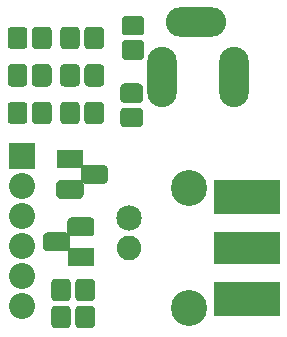
<source format=gbr>
G04 #@! TF.GenerationSoftware,KiCad,Pcbnew,(5.1.5)-3*
G04 #@! TF.CreationDate,2021-08-19T12:17:06-04:00*
G04 #@! TF.ProjectId,CP-OSC,43502d4f-5343-42e6-9b69-6361645f7063,1*
G04 #@! TF.SameCoordinates,Original*
G04 #@! TF.FileFunction,Soldermask,Top*
G04 #@! TF.FilePolarity,Negative*
%FSLAX46Y46*%
G04 Gerber Fmt 4.6, Leading zero omitted, Abs format (unit mm)*
G04 Created by KiCad (PCBNEW (5.1.5)-3) date 2021-08-19 12:17:06*
%MOMM*%
%LPD*%
G04 APERTURE LIST*
%ADD10C,3.048000*%
%ADD11C,2.159000*%
%ADD12C,2.082800*%
%ADD13R,5.588000X2.921000*%
%ADD14R,5.588000X2.794000*%
%ADD15C,0.150000*%
%ADD16O,2.508000X5.108000*%
%ADD17O,5.108000X2.508000*%
%ADD18R,2.308000X1.608000*%
%ADD19R,2.208000X2.208000*%
%ADD20O,2.208000X2.208000*%
G04 APERTURE END LIST*
D10*
X104287000Y-83832400D03*
X104287000Y-73672400D03*
D11*
X99207000Y-76212400D03*
D12*
X99207000Y-78752400D03*
D13*
X109240000Y-83070400D03*
X109240000Y-74434400D03*
D14*
X109240000Y-78752400D03*
D15*
G36*
X94748895Y-66370136D02*
G01*
X94783883Y-66375326D01*
X94818194Y-66383920D01*
X94851498Y-66395836D01*
X94883473Y-66410960D01*
X94913812Y-66429144D01*
X94942223Y-66450215D01*
X94968431Y-66473969D01*
X94992185Y-66500177D01*
X95013256Y-66528588D01*
X95031440Y-66558927D01*
X95046564Y-66590902D01*
X95058480Y-66624206D01*
X95067074Y-66658517D01*
X95072264Y-66693505D01*
X95074000Y-66728834D01*
X95074000Y-67915966D01*
X95072264Y-67951295D01*
X95067074Y-67986283D01*
X95058480Y-68020594D01*
X95046564Y-68053898D01*
X95031440Y-68085873D01*
X95013256Y-68116212D01*
X94992185Y-68144623D01*
X94968431Y-68170831D01*
X94942223Y-68194585D01*
X94913812Y-68215656D01*
X94883473Y-68233840D01*
X94851498Y-68248964D01*
X94818194Y-68260880D01*
X94783883Y-68269474D01*
X94748895Y-68274664D01*
X94713566Y-68276400D01*
X93776434Y-68276400D01*
X93741105Y-68274664D01*
X93706117Y-68269474D01*
X93671806Y-68260880D01*
X93638502Y-68248964D01*
X93606527Y-68233840D01*
X93576188Y-68215656D01*
X93547777Y-68194585D01*
X93521569Y-68170831D01*
X93497815Y-68144623D01*
X93476744Y-68116212D01*
X93458560Y-68085873D01*
X93443436Y-68053898D01*
X93431520Y-68020594D01*
X93422926Y-67986283D01*
X93417736Y-67951295D01*
X93416000Y-67915966D01*
X93416000Y-66728834D01*
X93417736Y-66693505D01*
X93422926Y-66658517D01*
X93431520Y-66624206D01*
X93443436Y-66590902D01*
X93458560Y-66558927D01*
X93476744Y-66528588D01*
X93497815Y-66500177D01*
X93521569Y-66473969D01*
X93547777Y-66450215D01*
X93576188Y-66429144D01*
X93606527Y-66410960D01*
X93638502Y-66395836D01*
X93671806Y-66383920D01*
X93706117Y-66375326D01*
X93741105Y-66370136D01*
X93776434Y-66368400D01*
X94713566Y-66368400D01*
X94748895Y-66370136D01*
G37*
G36*
X96798895Y-66370136D02*
G01*
X96833883Y-66375326D01*
X96868194Y-66383920D01*
X96901498Y-66395836D01*
X96933473Y-66410960D01*
X96963812Y-66429144D01*
X96992223Y-66450215D01*
X97018431Y-66473969D01*
X97042185Y-66500177D01*
X97063256Y-66528588D01*
X97081440Y-66558927D01*
X97096564Y-66590902D01*
X97108480Y-66624206D01*
X97117074Y-66658517D01*
X97122264Y-66693505D01*
X97124000Y-66728834D01*
X97124000Y-67915966D01*
X97122264Y-67951295D01*
X97117074Y-67986283D01*
X97108480Y-68020594D01*
X97096564Y-68053898D01*
X97081440Y-68085873D01*
X97063256Y-68116212D01*
X97042185Y-68144623D01*
X97018431Y-68170831D01*
X96992223Y-68194585D01*
X96963812Y-68215656D01*
X96933473Y-68233840D01*
X96901498Y-68248964D01*
X96868194Y-68260880D01*
X96833883Y-68269474D01*
X96798895Y-68274664D01*
X96763566Y-68276400D01*
X95826434Y-68276400D01*
X95791105Y-68274664D01*
X95756117Y-68269474D01*
X95721806Y-68260880D01*
X95688502Y-68248964D01*
X95656527Y-68233840D01*
X95626188Y-68215656D01*
X95597777Y-68194585D01*
X95571569Y-68170831D01*
X95547815Y-68144623D01*
X95526744Y-68116212D01*
X95508560Y-68085873D01*
X95493436Y-68053898D01*
X95481520Y-68020594D01*
X95472926Y-67986283D01*
X95467736Y-67951295D01*
X95466000Y-67915966D01*
X95466000Y-66728834D01*
X95467736Y-66693505D01*
X95472926Y-66658517D01*
X95481520Y-66624206D01*
X95493436Y-66590902D01*
X95508560Y-66558927D01*
X95526744Y-66528588D01*
X95547815Y-66500177D01*
X95571569Y-66473969D01*
X95597777Y-66450215D01*
X95626188Y-66429144D01*
X95656527Y-66410960D01*
X95688502Y-66395836D01*
X95721806Y-66383920D01*
X95756117Y-66375326D01*
X95791105Y-66370136D01*
X95826434Y-66368400D01*
X96763566Y-66368400D01*
X96798895Y-66370136D01*
G37*
G36*
X92353895Y-63195136D02*
G01*
X92388883Y-63200326D01*
X92423194Y-63208920D01*
X92456498Y-63220836D01*
X92488473Y-63235960D01*
X92518812Y-63254144D01*
X92547223Y-63275215D01*
X92573431Y-63298969D01*
X92597185Y-63325177D01*
X92618256Y-63353588D01*
X92636440Y-63383927D01*
X92651564Y-63415902D01*
X92663480Y-63449206D01*
X92672074Y-63483517D01*
X92677264Y-63518505D01*
X92679000Y-63553834D01*
X92679000Y-64740966D01*
X92677264Y-64776295D01*
X92672074Y-64811283D01*
X92663480Y-64845594D01*
X92651564Y-64878898D01*
X92636440Y-64910873D01*
X92618256Y-64941212D01*
X92597185Y-64969623D01*
X92573431Y-64995831D01*
X92547223Y-65019585D01*
X92518812Y-65040656D01*
X92488473Y-65058840D01*
X92456498Y-65073964D01*
X92423194Y-65085880D01*
X92388883Y-65094474D01*
X92353895Y-65099664D01*
X92318566Y-65101400D01*
X91381434Y-65101400D01*
X91346105Y-65099664D01*
X91311117Y-65094474D01*
X91276806Y-65085880D01*
X91243502Y-65073964D01*
X91211527Y-65058840D01*
X91181188Y-65040656D01*
X91152777Y-65019585D01*
X91126569Y-64995831D01*
X91102815Y-64969623D01*
X91081744Y-64941212D01*
X91063560Y-64910873D01*
X91048436Y-64878898D01*
X91036520Y-64845594D01*
X91027926Y-64811283D01*
X91022736Y-64776295D01*
X91021000Y-64740966D01*
X91021000Y-63553834D01*
X91022736Y-63518505D01*
X91027926Y-63483517D01*
X91036520Y-63449206D01*
X91048436Y-63415902D01*
X91063560Y-63383927D01*
X91081744Y-63353588D01*
X91102815Y-63325177D01*
X91126569Y-63298969D01*
X91152777Y-63275215D01*
X91181188Y-63254144D01*
X91211527Y-63235960D01*
X91243502Y-63220836D01*
X91276806Y-63208920D01*
X91311117Y-63200326D01*
X91346105Y-63195136D01*
X91381434Y-63193400D01*
X92318566Y-63193400D01*
X92353895Y-63195136D01*
G37*
G36*
X90303895Y-63195136D02*
G01*
X90338883Y-63200326D01*
X90373194Y-63208920D01*
X90406498Y-63220836D01*
X90438473Y-63235960D01*
X90468812Y-63254144D01*
X90497223Y-63275215D01*
X90523431Y-63298969D01*
X90547185Y-63325177D01*
X90568256Y-63353588D01*
X90586440Y-63383927D01*
X90601564Y-63415902D01*
X90613480Y-63449206D01*
X90622074Y-63483517D01*
X90627264Y-63518505D01*
X90629000Y-63553834D01*
X90629000Y-64740966D01*
X90627264Y-64776295D01*
X90622074Y-64811283D01*
X90613480Y-64845594D01*
X90601564Y-64878898D01*
X90586440Y-64910873D01*
X90568256Y-64941212D01*
X90547185Y-64969623D01*
X90523431Y-64995831D01*
X90497223Y-65019585D01*
X90468812Y-65040656D01*
X90438473Y-65058840D01*
X90406498Y-65073964D01*
X90373194Y-65085880D01*
X90338883Y-65094474D01*
X90303895Y-65099664D01*
X90268566Y-65101400D01*
X89331434Y-65101400D01*
X89296105Y-65099664D01*
X89261117Y-65094474D01*
X89226806Y-65085880D01*
X89193502Y-65073964D01*
X89161527Y-65058840D01*
X89131188Y-65040656D01*
X89102777Y-65019585D01*
X89076569Y-64995831D01*
X89052815Y-64969623D01*
X89031744Y-64941212D01*
X89013560Y-64910873D01*
X88998436Y-64878898D01*
X88986520Y-64845594D01*
X88977926Y-64811283D01*
X88972736Y-64776295D01*
X88971000Y-64740966D01*
X88971000Y-63553834D01*
X88972736Y-63518505D01*
X88977926Y-63483517D01*
X88986520Y-63449206D01*
X88998436Y-63415902D01*
X89013560Y-63383927D01*
X89031744Y-63353588D01*
X89052815Y-63325177D01*
X89076569Y-63298969D01*
X89102777Y-63275215D01*
X89131188Y-63254144D01*
X89161527Y-63235960D01*
X89193502Y-63220836D01*
X89226806Y-63208920D01*
X89261117Y-63200326D01*
X89296105Y-63195136D01*
X89331434Y-63193400D01*
X90268566Y-63193400D01*
X90303895Y-63195136D01*
G37*
G36*
X93986895Y-81356136D02*
G01*
X94021883Y-81361326D01*
X94056194Y-81369920D01*
X94089498Y-81381836D01*
X94121473Y-81396960D01*
X94151812Y-81415144D01*
X94180223Y-81436215D01*
X94206431Y-81459969D01*
X94230185Y-81486177D01*
X94251256Y-81514588D01*
X94269440Y-81544927D01*
X94284564Y-81576902D01*
X94296480Y-81610206D01*
X94305074Y-81644517D01*
X94310264Y-81679505D01*
X94312000Y-81714834D01*
X94312000Y-82901966D01*
X94310264Y-82937295D01*
X94305074Y-82972283D01*
X94296480Y-83006594D01*
X94284564Y-83039898D01*
X94269440Y-83071873D01*
X94251256Y-83102212D01*
X94230185Y-83130623D01*
X94206431Y-83156831D01*
X94180223Y-83180585D01*
X94151812Y-83201656D01*
X94121473Y-83219840D01*
X94089498Y-83234964D01*
X94056194Y-83246880D01*
X94021883Y-83255474D01*
X93986895Y-83260664D01*
X93951566Y-83262400D01*
X93014434Y-83262400D01*
X92979105Y-83260664D01*
X92944117Y-83255474D01*
X92909806Y-83246880D01*
X92876502Y-83234964D01*
X92844527Y-83219840D01*
X92814188Y-83201656D01*
X92785777Y-83180585D01*
X92759569Y-83156831D01*
X92735815Y-83130623D01*
X92714744Y-83102212D01*
X92696560Y-83071873D01*
X92681436Y-83039898D01*
X92669520Y-83006594D01*
X92660926Y-82972283D01*
X92655736Y-82937295D01*
X92654000Y-82901966D01*
X92654000Y-81714834D01*
X92655736Y-81679505D01*
X92660926Y-81644517D01*
X92669520Y-81610206D01*
X92681436Y-81576902D01*
X92696560Y-81544927D01*
X92714744Y-81514588D01*
X92735815Y-81486177D01*
X92759569Y-81459969D01*
X92785777Y-81436215D01*
X92814188Y-81415144D01*
X92844527Y-81396960D01*
X92876502Y-81381836D01*
X92909806Y-81369920D01*
X92944117Y-81361326D01*
X92979105Y-81356136D01*
X93014434Y-81354400D01*
X93951566Y-81354400D01*
X93986895Y-81356136D01*
G37*
G36*
X96036895Y-81356136D02*
G01*
X96071883Y-81361326D01*
X96106194Y-81369920D01*
X96139498Y-81381836D01*
X96171473Y-81396960D01*
X96201812Y-81415144D01*
X96230223Y-81436215D01*
X96256431Y-81459969D01*
X96280185Y-81486177D01*
X96301256Y-81514588D01*
X96319440Y-81544927D01*
X96334564Y-81576902D01*
X96346480Y-81610206D01*
X96355074Y-81644517D01*
X96360264Y-81679505D01*
X96362000Y-81714834D01*
X96362000Y-82901966D01*
X96360264Y-82937295D01*
X96355074Y-82972283D01*
X96346480Y-83006594D01*
X96334564Y-83039898D01*
X96319440Y-83071873D01*
X96301256Y-83102212D01*
X96280185Y-83130623D01*
X96256431Y-83156831D01*
X96230223Y-83180585D01*
X96201812Y-83201656D01*
X96171473Y-83219840D01*
X96139498Y-83234964D01*
X96106194Y-83246880D01*
X96071883Y-83255474D01*
X96036895Y-83260664D01*
X96001566Y-83262400D01*
X95064434Y-83262400D01*
X95029105Y-83260664D01*
X94994117Y-83255474D01*
X94959806Y-83246880D01*
X94926502Y-83234964D01*
X94894527Y-83219840D01*
X94864188Y-83201656D01*
X94835777Y-83180585D01*
X94809569Y-83156831D01*
X94785815Y-83130623D01*
X94764744Y-83102212D01*
X94746560Y-83071873D01*
X94731436Y-83039898D01*
X94719520Y-83006594D01*
X94710926Y-82972283D01*
X94705736Y-82937295D01*
X94704000Y-82901966D01*
X94704000Y-81714834D01*
X94705736Y-81679505D01*
X94710926Y-81644517D01*
X94719520Y-81610206D01*
X94731436Y-81576902D01*
X94746560Y-81544927D01*
X94764744Y-81514588D01*
X94785815Y-81486177D01*
X94809569Y-81459969D01*
X94835777Y-81436215D01*
X94864188Y-81415144D01*
X94894527Y-81396960D01*
X94926502Y-81381836D01*
X94959806Y-81369920D01*
X94994117Y-81361326D01*
X95029105Y-81356136D01*
X95064434Y-81354400D01*
X96001566Y-81354400D01*
X96036895Y-81356136D01*
G37*
G36*
X100216895Y-61170136D02*
G01*
X100251883Y-61175326D01*
X100286194Y-61183920D01*
X100319498Y-61195836D01*
X100351473Y-61210960D01*
X100381812Y-61229144D01*
X100410223Y-61250215D01*
X100436431Y-61273969D01*
X100460185Y-61300177D01*
X100481256Y-61328588D01*
X100499440Y-61358927D01*
X100514564Y-61390902D01*
X100526480Y-61424206D01*
X100535074Y-61458517D01*
X100540264Y-61493505D01*
X100542000Y-61528834D01*
X100542000Y-62465966D01*
X100540264Y-62501295D01*
X100535074Y-62536283D01*
X100526480Y-62570594D01*
X100514564Y-62603898D01*
X100499440Y-62635873D01*
X100481256Y-62666212D01*
X100460185Y-62694623D01*
X100436431Y-62720831D01*
X100410223Y-62744585D01*
X100381812Y-62765656D01*
X100351473Y-62783840D01*
X100319498Y-62798964D01*
X100286194Y-62810880D01*
X100251883Y-62819474D01*
X100216895Y-62824664D01*
X100181566Y-62826400D01*
X98994434Y-62826400D01*
X98959105Y-62824664D01*
X98924117Y-62819474D01*
X98889806Y-62810880D01*
X98856502Y-62798964D01*
X98824527Y-62783840D01*
X98794188Y-62765656D01*
X98765777Y-62744585D01*
X98739569Y-62720831D01*
X98715815Y-62694623D01*
X98694744Y-62666212D01*
X98676560Y-62635873D01*
X98661436Y-62603898D01*
X98649520Y-62570594D01*
X98640926Y-62536283D01*
X98635736Y-62501295D01*
X98634000Y-62465966D01*
X98634000Y-61528834D01*
X98635736Y-61493505D01*
X98640926Y-61458517D01*
X98649520Y-61424206D01*
X98661436Y-61390902D01*
X98676560Y-61358927D01*
X98694744Y-61328588D01*
X98715815Y-61300177D01*
X98739569Y-61273969D01*
X98765777Y-61250215D01*
X98794188Y-61229144D01*
X98824527Y-61210960D01*
X98856502Y-61195836D01*
X98889806Y-61183920D01*
X98924117Y-61175326D01*
X98959105Y-61170136D01*
X98994434Y-61168400D01*
X100181566Y-61168400D01*
X100216895Y-61170136D01*
G37*
G36*
X100216895Y-59120136D02*
G01*
X100251883Y-59125326D01*
X100286194Y-59133920D01*
X100319498Y-59145836D01*
X100351473Y-59160960D01*
X100381812Y-59179144D01*
X100410223Y-59200215D01*
X100436431Y-59223969D01*
X100460185Y-59250177D01*
X100481256Y-59278588D01*
X100499440Y-59308927D01*
X100514564Y-59340902D01*
X100526480Y-59374206D01*
X100535074Y-59408517D01*
X100540264Y-59443505D01*
X100542000Y-59478834D01*
X100542000Y-60415966D01*
X100540264Y-60451295D01*
X100535074Y-60486283D01*
X100526480Y-60520594D01*
X100514564Y-60553898D01*
X100499440Y-60585873D01*
X100481256Y-60616212D01*
X100460185Y-60644623D01*
X100436431Y-60670831D01*
X100410223Y-60694585D01*
X100381812Y-60715656D01*
X100351473Y-60733840D01*
X100319498Y-60748964D01*
X100286194Y-60760880D01*
X100251883Y-60769474D01*
X100216895Y-60774664D01*
X100181566Y-60776400D01*
X98994434Y-60776400D01*
X98959105Y-60774664D01*
X98924117Y-60769474D01*
X98889806Y-60760880D01*
X98856502Y-60748964D01*
X98824527Y-60733840D01*
X98794188Y-60715656D01*
X98765777Y-60694585D01*
X98739569Y-60670831D01*
X98715815Y-60644623D01*
X98694744Y-60616212D01*
X98676560Y-60585873D01*
X98661436Y-60553898D01*
X98649520Y-60520594D01*
X98640926Y-60486283D01*
X98635736Y-60451295D01*
X98634000Y-60415966D01*
X98634000Y-59478834D01*
X98635736Y-59443505D01*
X98640926Y-59408517D01*
X98649520Y-59374206D01*
X98661436Y-59340902D01*
X98676560Y-59308927D01*
X98694744Y-59278588D01*
X98715815Y-59250177D01*
X98739569Y-59223969D01*
X98765777Y-59200215D01*
X98794188Y-59179144D01*
X98824527Y-59160960D01*
X98856502Y-59145836D01*
X98889806Y-59133920D01*
X98924117Y-59125326D01*
X98959105Y-59120136D01*
X98994434Y-59118400D01*
X100181566Y-59118400D01*
X100216895Y-59120136D01*
G37*
D16*
X108097000Y-64274400D03*
X101997000Y-64274400D03*
D17*
X104897000Y-59674400D03*
D15*
G36*
X97096403Y-71727336D02*
G01*
X97135426Y-71733124D01*
X97173694Y-71742710D01*
X97210839Y-71756000D01*
X97246501Y-71772868D01*
X97280339Y-71793149D01*
X97312026Y-71816650D01*
X97341257Y-71843143D01*
X97367750Y-71872374D01*
X97391251Y-71904061D01*
X97411532Y-71937899D01*
X97428400Y-71973561D01*
X97441690Y-72010706D01*
X97451276Y-72048974D01*
X97457064Y-72087997D01*
X97459000Y-72127400D01*
X97459000Y-72931400D01*
X97457064Y-72970803D01*
X97451276Y-73009826D01*
X97441690Y-73048094D01*
X97428400Y-73085239D01*
X97411532Y-73120901D01*
X97391251Y-73154739D01*
X97367750Y-73186426D01*
X97341257Y-73215657D01*
X97312026Y-73242150D01*
X97280339Y-73265651D01*
X97246501Y-73285932D01*
X97210839Y-73302800D01*
X97173694Y-73316090D01*
X97135426Y-73325676D01*
X97096403Y-73331464D01*
X97057000Y-73333400D01*
X95553000Y-73333400D01*
X95513597Y-73331464D01*
X95474574Y-73325676D01*
X95436306Y-73316090D01*
X95399161Y-73302800D01*
X95363499Y-73285932D01*
X95329661Y-73265651D01*
X95297974Y-73242150D01*
X95268743Y-73215657D01*
X95242250Y-73186426D01*
X95218749Y-73154739D01*
X95198468Y-73120901D01*
X95181600Y-73085239D01*
X95168310Y-73048094D01*
X95158724Y-73009826D01*
X95152936Y-72970803D01*
X95151000Y-72931400D01*
X95151000Y-72127400D01*
X95152936Y-72087997D01*
X95158724Y-72048974D01*
X95168310Y-72010706D01*
X95181600Y-71973561D01*
X95198468Y-71937899D01*
X95218749Y-71904061D01*
X95242250Y-71872374D01*
X95268743Y-71843143D01*
X95297974Y-71816650D01*
X95329661Y-71793149D01*
X95363499Y-71772868D01*
X95399161Y-71756000D01*
X95436306Y-71742710D01*
X95474574Y-71733124D01*
X95513597Y-71727336D01*
X95553000Y-71725400D01*
X97057000Y-71725400D01*
X97096403Y-71727336D01*
G37*
G36*
X95026403Y-72997336D02*
G01*
X95065426Y-73003124D01*
X95103694Y-73012710D01*
X95140839Y-73026000D01*
X95176501Y-73042868D01*
X95210339Y-73063149D01*
X95242026Y-73086650D01*
X95271257Y-73113143D01*
X95297750Y-73142374D01*
X95321251Y-73174061D01*
X95341532Y-73207899D01*
X95358400Y-73243561D01*
X95371690Y-73280706D01*
X95381276Y-73318974D01*
X95387064Y-73357997D01*
X95389000Y-73397400D01*
X95389000Y-74201400D01*
X95387064Y-74240803D01*
X95381276Y-74279826D01*
X95371690Y-74318094D01*
X95358400Y-74355239D01*
X95341532Y-74390901D01*
X95321251Y-74424739D01*
X95297750Y-74456426D01*
X95271257Y-74485657D01*
X95242026Y-74512150D01*
X95210339Y-74535651D01*
X95176501Y-74555932D01*
X95140839Y-74572800D01*
X95103694Y-74586090D01*
X95065426Y-74595676D01*
X95026403Y-74601464D01*
X94987000Y-74603400D01*
X93483000Y-74603400D01*
X93443597Y-74601464D01*
X93404574Y-74595676D01*
X93366306Y-74586090D01*
X93329161Y-74572800D01*
X93293499Y-74555932D01*
X93259661Y-74535651D01*
X93227974Y-74512150D01*
X93198743Y-74485657D01*
X93172250Y-74456426D01*
X93148749Y-74424739D01*
X93128468Y-74390901D01*
X93111600Y-74355239D01*
X93098310Y-74318094D01*
X93088724Y-74279826D01*
X93082936Y-74240803D01*
X93081000Y-74201400D01*
X93081000Y-73397400D01*
X93082936Y-73357997D01*
X93088724Y-73318974D01*
X93098310Y-73280706D01*
X93111600Y-73243561D01*
X93128468Y-73207899D01*
X93148749Y-73174061D01*
X93172250Y-73142374D01*
X93198743Y-73113143D01*
X93227974Y-73086650D01*
X93259661Y-73063149D01*
X93293499Y-73042868D01*
X93329161Y-73026000D01*
X93366306Y-73012710D01*
X93404574Y-73003124D01*
X93443597Y-72997336D01*
X93483000Y-72995400D01*
X94987000Y-72995400D01*
X95026403Y-72997336D01*
G37*
D18*
X94235000Y-71259400D03*
X95162000Y-79514400D03*
D15*
G36*
X95953403Y-76172336D02*
G01*
X95992426Y-76178124D01*
X96030694Y-76187710D01*
X96067839Y-76201000D01*
X96103501Y-76217868D01*
X96137339Y-76238149D01*
X96169026Y-76261650D01*
X96198257Y-76288143D01*
X96224750Y-76317374D01*
X96248251Y-76349061D01*
X96268532Y-76382899D01*
X96285400Y-76418561D01*
X96298690Y-76455706D01*
X96308276Y-76493974D01*
X96314064Y-76532997D01*
X96316000Y-76572400D01*
X96316000Y-77376400D01*
X96314064Y-77415803D01*
X96308276Y-77454826D01*
X96298690Y-77493094D01*
X96285400Y-77530239D01*
X96268532Y-77565901D01*
X96248251Y-77599739D01*
X96224750Y-77631426D01*
X96198257Y-77660657D01*
X96169026Y-77687150D01*
X96137339Y-77710651D01*
X96103501Y-77730932D01*
X96067839Y-77747800D01*
X96030694Y-77761090D01*
X95992426Y-77770676D01*
X95953403Y-77776464D01*
X95914000Y-77778400D01*
X94410000Y-77778400D01*
X94370597Y-77776464D01*
X94331574Y-77770676D01*
X94293306Y-77761090D01*
X94256161Y-77747800D01*
X94220499Y-77730932D01*
X94186661Y-77710651D01*
X94154974Y-77687150D01*
X94125743Y-77660657D01*
X94099250Y-77631426D01*
X94075749Y-77599739D01*
X94055468Y-77565901D01*
X94038600Y-77530239D01*
X94025310Y-77493094D01*
X94015724Y-77454826D01*
X94009936Y-77415803D01*
X94008000Y-77376400D01*
X94008000Y-76572400D01*
X94009936Y-76532997D01*
X94015724Y-76493974D01*
X94025310Y-76455706D01*
X94038600Y-76418561D01*
X94055468Y-76382899D01*
X94075749Y-76349061D01*
X94099250Y-76317374D01*
X94125743Y-76288143D01*
X94154974Y-76261650D01*
X94186661Y-76238149D01*
X94220499Y-76217868D01*
X94256161Y-76201000D01*
X94293306Y-76187710D01*
X94331574Y-76178124D01*
X94370597Y-76172336D01*
X94410000Y-76170400D01*
X95914000Y-76170400D01*
X95953403Y-76172336D01*
G37*
G36*
X93883403Y-77442336D02*
G01*
X93922426Y-77448124D01*
X93960694Y-77457710D01*
X93997839Y-77471000D01*
X94033501Y-77487868D01*
X94067339Y-77508149D01*
X94099026Y-77531650D01*
X94128257Y-77558143D01*
X94154750Y-77587374D01*
X94178251Y-77619061D01*
X94198532Y-77652899D01*
X94215400Y-77688561D01*
X94228690Y-77725706D01*
X94238276Y-77763974D01*
X94244064Y-77802997D01*
X94246000Y-77842400D01*
X94246000Y-78646400D01*
X94244064Y-78685803D01*
X94238276Y-78724826D01*
X94228690Y-78763094D01*
X94215400Y-78800239D01*
X94198532Y-78835901D01*
X94178251Y-78869739D01*
X94154750Y-78901426D01*
X94128257Y-78930657D01*
X94099026Y-78957150D01*
X94067339Y-78980651D01*
X94033501Y-79000932D01*
X93997839Y-79017800D01*
X93960694Y-79031090D01*
X93922426Y-79040676D01*
X93883403Y-79046464D01*
X93844000Y-79048400D01*
X92340000Y-79048400D01*
X92300597Y-79046464D01*
X92261574Y-79040676D01*
X92223306Y-79031090D01*
X92186161Y-79017800D01*
X92150499Y-79000932D01*
X92116661Y-78980651D01*
X92084974Y-78957150D01*
X92055743Y-78930657D01*
X92029250Y-78901426D01*
X92005749Y-78869739D01*
X91985468Y-78835901D01*
X91968600Y-78800239D01*
X91955310Y-78763094D01*
X91945724Y-78724826D01*
X91939936Y-78685803D01*
X91938000Y-78646400D01*
X91938000Y-77842400D01*
X91939936Y-77802997D01*
X91945724Y-77763974D01*
X91955310Y-77725706D01*
X91968600Y-77688561D01*
X91985468Y-77652899D01*
X92005749Y-77619061D01*
X92029250Y-77587374D01*
X92055743Y-77558143D01*
X92084974Y-77531650D01*
X92116661Y-77508149D01*
X92150499Y-77487868D01*
X92186161Y-77471000D01*
X92223306Y-77457710D01*
X92261574Y-77448124D01*
X92300597Y-77442336D01*
X92340000Y-77440400D01*
X93844000Y-77440400D01*
X93883403Y-77442336D01*
G37*
G36*
X96798895Y-60020136D02*
G01*
X96833883Y-60025326D01*
X96868194Y-60033920D01*
X96901498Y-60045836D01*
X96933473Y-60060960D01*
X96963812Y-60079144D01*
X96992223Y-60100215D01*
X97018431Y-60123969D01*
X97042185Y-60150177D01*
X97063256Y-60178588D01*
X97081440Y-60208927D01*
X97096564Y-60240902D01*
X97108480Y-60274206D01*
X97117074Y-60308517D01*
X97122264Y-60343505D01*
X97124000Y-60378834D01*
X97124000Y-61565966D01*
X97122264Y-61601295D01*
X97117074Y-61636283D01*
X97108480Y-61670594D01*
X97096564Y-61703898D01*
X97081440Y-61735873D01*
X97063256Y-61766212D01*
X97042185Y-61794623D01*
X97018431Y-61820831D01*
X96992223Y-61844585D01*
X96963812Y-61865656D01*
X96933473Y-61883840D01*
X96901498Y-61898964D01*
X96868194Y-61910880D01*
X96833883Y-61919474D01*
X96798895Y-61924664D01*
X96763566Y-61926400D01*
X95826434Y-61926400D01*
X95791105Y-61924664D01*
X95756117Y-61919474D01*
X95721806Y-61910880D01*
X95688502Y-61898964D01*
X95656527Y-61883840D01*
X95626188Y-61865656D01*
X95597777Y-61844585D01*
X95571569Y-61820831D01*
X95547815Y-61794623D01*
X95526744Y-61766212D01*
X95508560Y-61735873D01*
X95493436Y-61703898D01*
X95481520Y-61670594D01*
X95472926Y-61636283D01*
X95467736Y-61601295D01*
X95466000Y-61565966D01*
X95466000Y-60378834D01*
X95467736Y-60343505D01*
X95472926Y-60308517D01*
X95481520Y-60274206D01*
X95493436Y-60240902D01*
X95508560Y-60208927D01*
X95526744Y-60178588D01*
X95547815Y-60150177D01*
X95571569Y-60123969D01*
X95597777Y-60100215D01*
X95626188Y-60079144D01*
X95656527Y-60060960D01*
X95688502Y-60045836D01*
X95721806Y-60033920D01*
X95756117Y-60025326D01*
X95791105Y-60020136D01*
X95826434Y-60018400D01*
X96763566Y-60018400D01*
X96798895Y-60020136D01*
G37*
G36*
X94748895Y-60020136D02*
G01*
X94783883Y-60025326D01*
X94818194Y-60033920D01*
X94851498Y-60045836D01*
X94883473Y-60060960D01*
X94913812Y-60079144D01*
X94942223Y-60100215D01*
X94968431Y-60123969D01*
X94992185Y-60150177D01*
X95013256Y-60178588D01*
X95031440Y-60208927D01*
X95046564Y-60240902D01*
X95058480Y-60274206D01*
X95067074Y-60308517D01*
X95072264Y-60343505D01*
X95074000Y-60378834D01*
X95074000Y-61565966D01*
X95072264Y-61601295D01*
X95067074Y-61636283D01*
X95058480Y-61670594D01*
X95046564Y-61703898D01*
X95031440Y-61735873D01*
X95013256Y-61766212D01*
X94992185Y-61794623D01*
X94968431Y-61820831D01*
X94942223Y-61844585D01*
X94913812Y-61865656D01*
X94883473Y-61883840D01*
X94851498Y-61898964D01*
X94818194Y-61910880D01*
X94783883Y-61919474D01*
X94748895Y-61924664D01*
X94713566Y-61926400D01*
X93776434Y-61926400D01*
X93741105Y-61924664D01*
X93706117Y-61919474D01*
X93671806Y-61910880D01*
X93638502Y-61898964D01*
X93606527Y-61883840D01*
X93576188Y-61865656D01*
X93547777Y-61844585D01*
X93521569Y-61820831D01*
X93497815Y-61794623D01*
X93476744Y-61766212D01*
X93458560Y-61735873D01*
X93443436Y-61703898D01*
X93431520Y-61670594D01*
X93422926Y-61636283D01*
X93417736Y-61601295D01*
X93416000Y-61565966D01*
X93416000Y-60378834D01*
X93417736Y-60343505D01*
X93422926Y-60308517D01*
X93431520Y-60274206D01*
X93443436Y-60240902D01*
X93458560Y-60208927D01*
X93476744Y-60178588D01*
X93497815Y-60150177D01*
X93521569Y-60123969D01*
X93547777Y-60100215D01*
X93576188Y-60079144D01*
X93606527Y-60060960D01*
X93638502Y-60045836D01*
X93671806Y-60033920D01*
X93706117Y-60025326D01*
X93741105Y-60020136D01*
X93776434Y-60018400D01*
X94713566Y-60018400D01*
X94748895Y-60020136D01*
G37*
G36*
X90303895Y-60020136D02*
G01*
X90338883Y-60025326D01*
X90373194Y-60033920D01*
X90406498Y-60045836D01*
X90438473Y-60060960D01*
X90468812Y-60079144D01*
X90497223Y-60100215D01*
X90523431Y-60123969D01*
X90547185Y-60150177D01*
X90568256Y-60178588D01*
X90586440Y-60208927D01*
X90601564Y-60240902D01*
X90613480Y-60274206D01*
X90622074Y-60308517D01*
X90627264Y-60343505D01*
X90629000Y-60378834D01*
X90629000Y-61565966D01*
X90627264Y-61601295D01*
X90622074Y-61636283D01*
X90613480Y-61670594D01*
X90601564Y-61703898D01*
X90586440Y-61735873D01*
X90568256Y-61766212D01*
X90547185Y-61794623D01*
X90523431Y-61820831D01*
X90497223Y-61844585D01*
X90468812Y-61865656D01*
X90438473Y-61883840D01*
X90406498Y-61898964D01*
X90373194Y-61910880D01*
X90338883Y-61919474D01*
X90303895Y-61924664D01*
X90268566Y-61926400D01*
X89331434Y-61926400D01*
X89296105Y-61924664D01*
X89261117Y-61919474D01*
X89226806Y-61910880D01*
X89193502Y-61898964D01*
X89161527Y-61883840D01*
X89131188Y-61865656D01*
X89102777Y-61844585D01*
X89076569Y-61820831D01*
X89052815Y-61794623D01*
X89031744Y-61766212D01*
X89013560Y-61735873D01*
X88998436Y-61703898D01*
X88986520Y-61670594D01*
X88977926Y-61636283D01*
X88972736Y-61601295D01*
X88971000Y-61565966D01*
X88971000Y-60378834D01*
X88972736Y-60343505D01*
X88977926Y-60308517D01*
X88986520Y-60274206D01*
X88998436Y-60240902D01*
X89013560Y-60208927D01*
X89031744Y-60178588D01*
X89052815Y-60150177D01*
X89076569Y-60123969D01*
X89102777Y-60100215D01*
X89131188Y-60079144D01*
X89161527Y-60060960D01*
X89193502Y-60045836D01*
X89226806Y-60033920D01*
X89261117Y-60025326D01*
X89296105Y-60020136D01*
X89331434Y-60018400D01*
X90268566Y-60018400D01*
X90303895Y-60020136D01*
G37*
G36*
X92353895Y-60020136D02*
G01*
X92388883Y-60025326D01*
X92423194Y-60033920D01*
X92456498Y-60045836D01*
X92488473Y-60060960D01*
X92518812Y-60079144D01*
X92547223Y-60100215D01*
X92573431Y-60123969D01*
X92597185Y-60150177D01*
X92618256Y-60178588D01*
X92636440Y-60208927D01*
X92651564Y-60240902D01*
X92663480Y-60274206D01*
X92672074Y-60308517D01*
X92677264Y-60343505D01*
X92679000Y-60378834D01*
X92679000Y-61565966D01*
X92677264Y-61601295D01*
X92672074Y-61636283D01*
X92663480Y-61670594D01*
X92651564Y-61703898D01*
X92636440Y-61735873D01*
X92618256Y-61766212D01*
X92597185Y-61794623D01*
X92573431Y-61820831D01*
X92547223Y-61844585D01*
X92518812Y-61865656D01*
X92488473Y-61883840D01*
X92456498Y-61898964D01*
X92423194Y-61910880D01*
X92388883Y-61919474D01*
X92353895Y-61924664D01*
X92318566Y-61926400D01*
X91381434Y-61926400D01*
X91346105Y-61924664D01*
X91311117Y-61919474D01*
X91276806Y-61910880D01*
X91243502Y-61898964D01*
X91211527Y-61883840D01*
X91181188Y-61865656D01*
X91152777Y-61844585D01*
X91126569Y-61820831D01*
X91102815Y-61794623D01*
X91081744Y-61766212D01*
X91063560Y-61735873D01*
X91048436Y-61703898D01*
X91036520Y-61670594D01*
X91027926Y-61636283D01*
X91022736Y-61601295D01*
X91021000Y-61565966D01*
X91021000Y-60378834D01*
X91022736Y-60343505D01*
X91027926Y-60308517D01*
X91036520Y-60274206D01*
X91048436Y-60240902D01*
X91063560Y-60208927D01*
X91081744Y-60178588D01*
X91102815Y-60150177D01*
X91126569Y-60123969D01*
X91152777Y-60100215D01*
X91181188Y-60079144D01*
X91211527Y-60060960D01*
X91243502Y-60045836D01*
X91276806Y-60033920D01*
X91311117Y-60025326D01*
X91346105Y-60020136D01*
X91381434Y-60018400D01*
X92318566Y-60018400D01*
X92353895Y-60020136D01*
G37*
G36*
X90303895Y-66370136D02*
G01*
X90338883Y-66375326D01*
X90373194Y-66383920D01*
X90406498Y-66395836D01*
X90438473Y-66410960D01*
X90468812Y-66429144D01*
X90497223Y-66450215D01*
X90523431Y-66473969D01*
X90547185Y-66500177D01*
X90568256Y-66528588D01*
X90586440Y-66558927D01*
X90601564Y-66590902D01*
X90613480Y-66624206D01*
X90622074Y-66658517D01*
X90627264Y-66693505D01*
X90629000Y-66728834D01*
X90629000Y-67915966D01*
X90627264Y-67951295D01*
X90622074Y-67986283D01*
X90613480Y-68020594D01*
X90601564Y-68053898D01*
X90586440Y-68085873D01*
X90568256Y-68116212D01*
X90547185Y-68144623D01*
X90523431Y-68170831D01*
X90497223Y-68194585D01*
X90468812Y-68215656D01*
X90438473Y-68233840D01*
X90406498Y-68248964D01*
X90373194Y-68260880D01*
X90338883Y-68269474D01*
X90303895Y-68274664D01*
X90268566Y-68276400D01*
X89331434Y-68276400D01*
X89296105Y-68274664D01*
X89261117Y-68269474D01*
X89226806Y-68260880D01*
X89193502Y-68248964D01*
X89161527Y-68233840D01*
X89131188Y-68215656D01*
X89102777Y-68194585D01*
X89076569Y-68170831D01*
X89052815Y-68144623D01*
X89031744Y-68116212D01*
X89013560Y-68085873D01*
X88998436Y-68053898D01*
X88986520Y-68020594D01*
X88977926Y-67986283D01*
X88972736Y-67951295D01*
X88971000Y-67915966D01*
X88971000Y-66728834D01*
X88972736Y-66693505D01*
X88977926Y-66658517D01*
X88986520Y-66624206D01*
X88998436Y-66590902D01*
X89013560Y-66558927D01*
X89031744Y-66528588D01*
X89052815Y-66500177D01*
X89076569Y-66473969D01*
X89102777Y-66450215D01*
X89131188Y-66429144D01*
X89161527Y-66410960D01*
X89193502Y-66395836D01*
X89226806Y-66383920D01*
X89261117Y-66375326D01*
X89296105Y-66370136D01*
X89331434Y-66368400D01*
X90268566Y-66368400D01*
X90303895Y-66370136D01*
G37*
G36*
X92353895Y-66370136D02*
G01*
X92388883Y-66375326D01*
X92423194Y-66383920D01*
X92456498Y-66395836D01*
X92488473Y-66410960D01*
X92518812Y-66429144D01*
X92547223Y-66450215D01*
X92573431Y-66473969D01*
X92597185Y-66500177D01*
X92618256Y-66528588D01*
X92636440Y-66558927D01*
X92651564Y-66590902D01*
X92663480Y-66624206D01*
X92672074Y-66658517D01*
X92677264Y-66693505D01*
X92679000Y-66728834D01*
X92679000Y-67915966D01*
X92677264Y-67951295D01*
X92672074Y-67986283D01*
X92663480Y-68020594D01*
X92651564Y-68053898D01*
X92636440Y-68085873D01*
X92618256Y-68116212D01*
X92597185Y-68144623D01*
X92573431Y-68170831D01*
X92547223Y-68194585D01*
X92518812Y-68215656D01*
X92488473Y-68233840D01*
X92456498Y-68248964D01*
X92423194Y-68260880D01*
X92388883Y-68269474D01*
X92353895Y-68274664D01*
X92318566Y-68276400D01*
X91381434Y-68276400D01*
X91346105Y-68274664D01*
X91311117Y-68269474D01*
X91276806Y-68260880D01*
X91243502Y-68248964D01*
X91211527Y-68233840D01*
X91181188Y-68215656D01*
X91152777Y-68194585D01*
X91126569Y-68170831D01*
X91102815Y-68144623D01*
X91081744Y-68116212D01*
X91063560Y-68085873D01*
X91048436Y-68053898D01*
X91036520Y-68020594D01*
X91027926Y-67986283D01*
X91022736Y-67951295D01*
X91021000Y-67915966D01*
X91021000Y-66728834D01*
X91022736Y-66693505D01*
X91027926Y-66658517D01*
X91036520Y-66624206D01*
X91048436Y-66590902D01*
X91063560Y-66558927D01*
X91081744Y-66528588D01*
X91102815Y-66500177D01*
X91126569Y-66473969D01*
X91152777Y-66450215D01*
X91181188Y-66429144D01*
X91211527Y-66410960D01*
X91243502Y-66395836D01*
X91276806Y-66383920D01*
X91311117Y-66375326D01*
X91346105Y-66370136D01*
X91381434Y-66368400D01*
X92318566Y-66368400D01*
X92353895Y-66370136D01*
G37*
G36*
X94748895Y-63195136D02*
G01*
X94783883Y-63200326D01*
X94818194Y-63208920D01*
X94851498Y-63220836D01*
X94883473Y-63235960D01*
X94913812Y-63254144D01*
X94942223Y-63275215D01*
X94968431Y-63298969D01*
X94992185Y-63325177D01*
X95013256Y-63353588D01*
X95031440Y-63383927D01*
X95046564Y-63415902D01*
X95058480Y-63449206D01*
X95067074Y-63483517D01*
X95072264Y-63518505D01*
X95074000Y-63553834D01*
X95074000Y-64740966D01*
X95072264Y-64776295D01*
X95067074Y-64811283D01*
X95058480Y-64845594D01*
X95046564Y-64878898D01*
X95031440Y-64910873D01*
X95013256Y-64941212D01*
X94992185Y-64969623D01*
X94968431Y-64995831D01*
X94942223Y-65019585D01*
X94913812Y-65040656D01*
X94883473Y-65058840D01*
X94851498Y-65073964D01*
X94818194Y-65085880D01*
X94783883Y-65094474D01*
X94748895Y-65099664D01*
X94713566Y-65101400D01*
X93776434Y-65101400D01*
X93741105Y-65099664D01*
X93706117Y-65094474D01*
X93671806Y-65085880D01*
X93638502Y-65073964D01*
X93606527Y-65058840D01*
X93576188Y-65040656D01*
X93547777Y-65019585D01*
X93521569Y-64995831D01*
X93497815Y-64969623D01*
X93476744Y-64941212D01*
X93458560Y-64910873D01*
X93443436Y-64878898D01*
X93431520Y-64845594D01*
X93422926Y-64811283D01*
X93417736Y-64776295D01*
X93416000Y-64740966D01*
X93416000Y-63553834D01*
X93417736Y-63518505D01*
X93422926Y-63483517D01*
X93431520Y-63449206D01*
X93443436Y-63415902D01*
X93458560Y-63383927D01*
X93476744Y-63353588D01*
X93497815Y-63325177D01*
X93521569Y-63298969D01*
X93547777Y-63275215D01*
X93576188Y-63254144D01*
X93606527Y-63235960D01*
X93638502Y-63220836D01*
X93671806Y-63208920D01*
X93706117Y-63200326D01*
X93741105Y-63195136D01*
X93776434Y-63193400D01*
X94713566Y-63193400D01*
X94748895Y-63195136D01*
G37*
G36*
X96798895Y-63195136D02*
G01*
X96833883Y-63200326D01*
X96868194Y-63208920D01*
X96901498Y-63220836D01*
X96933473Y-63235960D01*
X96963812Y-63254144D01*
X96992223Y-63275215D01*
X97018431Y-63298969D01*
X97042185Y-63325177D01*
X97063256Y-63353588D01*
X97081440Y-63383927D01*
X97096564Y-63415902D01*
X97108480Y-63449206D01*
X97117074Y-63483517D01*
X97122264Y-63518505D01*
X97124000Y-63553834D01*
X97124000Y-64740966D01*
X97122264Y-64776295D01*
X97117074Y-64811283D01*
X97108480Y-64845594D01*
X97096564Y-64878898D01*
X97081440Y-64910873D01*
X97063256Y-64941212D01*
X97042185Y-64969623D01*
X97018431Y-64995831D01*
X96992223Y-65019585D01*
X96963812Y-65040656D01*
X96933473Y-65058840D01*
X96901498Y-65073964D01*
X96868194Y-65085880D01*
X96833883Y-65094474D01*
X96798895Y-65099664D01*
X96763566Y-65101400D01*
X95826434Y-65101400D01*
X95791105Y-65099664D01*
X95756117Y-65094474D01*
X95721806Y-65085880D01*
X95688502Y-65073964D01*
X95656527Y-65058840D01*
X95626188Y-65040656D01*
X95597777Y-65019585D01*
X95571569Y-64995831D01*
X95547815Y-64969623D01*
X95526744Y-64941212D01*
X95508560Y-64910873D01*
X95493436Y-64878898D01*
X95481520Y-64845594D01*
X95472926Y-64811283D01*
X95467736Y-64776295D01*
X95466000Y-64740966D01*
X95466000Y-63553834D01*
X95467736Y-63518505D01*
X95472926Y-63483517D01*
X95481520Y-63449206D01*
X95493436Y-63415902D01*
X95508560Y-63383927D01*
X95526744Y-63353588D01*
X95547815Y-63325177D01*
X95571569Y-63298969D01*
X95597777Y-63275215D01*
X95626188Y-63254144D01*
X95656527Y-63235960D01*
X95688502Y-63220836D01*
X95721806Y-63208920D01*
X95756117Y-63200326D01*
X95791105Y-63195136D01*
X95826434Y-63193400D01*
X96763566Y-63193400D01*
X96798895Y-63195136D01*
G37*
G36*
X93986895Y-83642136D02*
G01*
X94021883Y-83647326D01*
X94056194Y-83655920D01*
X94089498Y-83667836D01*
X94121473Y-83682960D01*
X94151812Y-83701144D01*
X94180223Y-83722215D01*
X94206431Y-83745969D01*
X94230185Y-83772177D01*
X94251256Y-83800588D01*
X94269440Y-83830927D01*
X94284564Y-83862902D01*
X94296480Y-83896206D01*
X94305074Y-83930517D01*
X94310264Y-83965505D01*
X94312000Y-84000834D01*
X94312000Y-85187966D01*
X94310264Y-85223295D01*
X94305074Y-85258283D01*
X94296480Y-85292594D01*
X94284564Y-85325898D01*
X94269440Y-85357873D01*
X94251256Y-85388212D01*
X94230185Y-85416623D01*
X94206431Y-85442831D01*
X94180223Y-85466585D01*
X94151812Y-85487656D01*
X94121473Y-85505840D01*
X94089498Y-85520964D01*
X94056194Y-85532880D01*
X94021883Y-85541474D01*
X93986895Y-85546664D01*
X93951566Y-85548400D01*
X93014434Y-85548400D01*
X92979105Y-85546664D01*
X92944117Y-85541474D01*
X92909806Y-85532880D01*
X92876502Y-85520964D01*
X92844527Y-85505840D01*
X92814188Y-85487656D01*
X92785777Y-85466585D01*
X92759569Y-85442831D01*
X92735815Y-85416623D01*
X92714744Y-85388212D01*
X92696560Y-85357873D01*
X92681436Y-85325898D01*
X92669520Y-85292594D01*
X92660926Y-85258283D01*
X92655736Y-85223295D01*
X92654000Y-85187966D01*
X92654000Y-84000834D01*
X92655736Y-83965505D01*
X92660926Y-83930517D01*
X92669520Y-83896206D01*
X92681436Y-83862902D01*
X92696560Y-83830927D01*
X92714744Y-83800588D01*
X92735815Y-83772177D01*
X92759569Y-83745969D01*
X92785777Y-83722215D01*
X92814188Y-83701144D01*
X92844527Y-83682960D01*
X92876502Y-83667836D01*
X92909806Y-83655920D01*
X92944117Y-83647326D01*
X92979105Y-83642136D01*
X93014434Y-83640400D01*
X93951566Y-83640400D01*
X93986895Y-83642136D01*
G37*
G36*
X96036895Y-83642136D02*
G01*
X96071883Y-83647326D01*
X96106194Y-83655920D01*
X96139498Y-83667836D01*
X96171473Y-83682960D01*
X96201812Y-83701144D01*
X96230223Y-83722215D01*
X96256431Y-83745969D01*
X96280185Y-83772177D01*
X96301256Y-83800588D01*
X96319440Y-83830927D01*
X96334564Y-83862902D01*
X96346480Y-83896206D01*
X96355074Y-83930517D01*
X96360264Y-83965505D01*
X96362000Y-84000834D01*
X96362000Y-85187966D01*
X96360264Y-85223295D01*
X96355074Y-85258283D01*
X96346480Y-85292594D01*
X96334564Y-85325898D01*
X96319440Y-85357873D01*
X96301256Y-85388212D01*
X96280185Y-85416623D01*
X96256431Y-85442831D01*
X96230223Y-85466585D01*
X96201812Y-85487656D01*
X96171473Y-85505840D01*
X96139498Y-85520964D01*
X96106194Y-85532880D01*
X96071883Y-85541474D01*
X96036895Y-85546664D01*
X96001566Y-85548400D01*
X95064434Y-85548400D01*
X95029105Y-85546664D01*
X94994117Y-85541474D01*
X94959806Y-85532880D01*
X94926502Y-85520964D01*
X94894527Y-85505840D01*
X94864188Y-85487656D01*
X94835777Y-85466585D01*
X94809569Y-85442831D01*
X94785815Y-85416623D01*
X94764744Y-85388212D01*
X94746560Y-85357873D01*
X94731436Y-85325898D01*
X94719520Y-85292594D01*
X94710926Y-85258283D01*
X94705736Y-85223295D01*
X94704000Y-85187966D01*
X94704000Y-84000834D01*
X94705736Y-83965505D01*
X94710926Y-83930517D01*
X94719520Y-83896206D01*
X94731436Y-83862902D01*
X94746560Y-83830927D01*
X94764744Y-83800588D01*
X94785815Y-83772177D01*
X94809569Y-83745969D01*
X94835777Y-83722215D01*
X94864188Y-83701144D01*
X94894527Y-83682960D01*
X94926502Y-83667836D01*
X94959806Y-83655920D01*
X94994117Y-83647326D01*
X95029105Y-83642136D01*
X95064434Y-83640400D01*
X96001566Y-83640400D01*
X96036895Y-83642136D01*
G37*
G36*
X100089895Y-66885136D02*
G01*
X100124883Y-66890326D01*
X100159194Y-66898920D01*
X100192498Y-66910836D01*
X100224473Y-66925960D01*
X100254812Y-66944144D01*
X100283223Y-66965215D01*
X100309431Y-66988969D01*
X100333185Y-67015177D01*
X100354256Y-67043588D01*
X100372440Y-67073927D01*
X100387564Y-67105902D01*
X100399480Y-67139206D01*
X100408074Y-67173517D01*
X100413264Y-67208505D01*
X100415000Y-67243834D01*
X100415000Y-68180966D01*
X100413264Y-68216295D01*
X100408074Y-68251283D01*
X100399480Y-68285594D01*
X100387564Y-68318898D01*
X100372440Y-68350873D01*
X100354256Y-68381212D01*
X100333185Y-68409623D01*
X100309431Y-68435831D01*
X100283223Y-68459585D01*
X100254812Y-68480656D01*
X100224473Y-68498840D01*
X100192498Y-68513964D01*
X100159194Y-68525880D01*
X100124883Y-68534474D01*
X100089895Y-68539664D01*
X100054566Y-68541400D01*
X98867434Y-68541400D01*
X98832105Y-68539664D01*
X98797117Y-68534474D01*
X98762806Y-68525880D01*
X98729502Y-68513964D01*
X98697527Y-68498840D01*
X98667188Y-68480656D01*
X98638777Y-68459585D01*
X98612569Y-68435831D01*
X98588815Y-68409623D01*
X98567744Y-68381212D01*
X98549560Y-68350873D01*
X98534436Y-68318898D01*
X98522520Y-68285594D01*
X98513926Y-68251283D01*
X98508736Y-68216295D01*
X98507000Y-68180966D01*
X98507000Y-67243834D01*
X98508736Y-67208505D01*
X98513926Y-67173517D01*
X98522520Y-67139206D01*
X98534436Y-67105902D01*
X98549560Y-67073927D01*
X98567744Y-67043588D01*
X98588815Y-67015177D01*
X98612569Y-66988969D01*
X98638777Y-66965215D01*
X98667188Y-66944144D01*
X98697527Y-66925960D01*
X98729502Y-66910836D01*
X98762806Y-66898920D01*
X98797117Y-66890326D01*
X98832105Y-66885136D01*
X98867434Y-66883400D01*
X100054566Y-66883400D01*
X100089895Y-66885136D01*
G37*
G36*
X100089895Y-64835136D02*
G01*
X100124883Y-64840326D01*
X100159194Y-64848920D01*
X100192498Y-64860836D01*
X100224473Y-64875960D01*
X100254812Y-64894144D01*
X100283223Y-64915215D01*
X100309431Y-64938969D01*
X100333185Y-64965177D01*
X100354256Y-64993588D01*
X100372440Y-65023927D01*
X100387564Y-65055902D01*
X100399480Y-65089206D01*
X100408074Y-65123517D01*
X100413264Y-65158505D01*
X100415000Y-65193834D01*
X100415000Y-66130966D01*
X100413264Y-66166295D01*
X100408074Y-66201283D01*
X100399480Y-66235594D01*
X100387564Y-66268898D01*
X100372440Y-66300873D01*
X100354256Y-66331212D01*
X100333185Y-66359623D01*
X100309431Y-66385831D01*
X100283223Y-66409585D01*
X100254812Y-66430656D01*
X100224473Y-66448840D01*
X100192498Y-66463964D01*
X100159194Y-66475880D01*
X100124883Y-66484474D01*
X100089895Y-66489664D01*
X100054566Y-66491400D01*
X98867434Y-66491400D01*
X98832105Y-66489664D01*
X98797117Y-66484474D01*
X98762806Y-66475880D01*
X98729502Y-66463964D01*
X98697527Y-66448840D01*
X98667188Y-66430656D01*
X98638777Y-66409585D01*
X98612569Y-66385831D01*
X98588815Y-66359623D01*
X98567744Y-66331212D01*
X98549560Y-66300873D01*
X98534436Y-66268898D01*
X98522520Y-66235594D01*
X98513926Y-66201283D01*
X98508736Y-66166295D01*
X98507000Y-66130966D01*
X98507000Y-65193834D01*
X98508736Y-65158505D01*
X98513926Y-65123517D01*
X98522520Y-65089206D01*
X98534436Y-65055902D01*
X98549560Y-65023927D01*
X98567744Y-64993588D01*
X98588815Y-64965177D01*
X98612569Y-64938969D01*
X98638777Y-64915215D01*
X98667188Y-64894144D01*
X98697527Y-64875960D01*
X98729502Y-64860836D01*
X98762806Y-64848920D01*
X98797117Y-64840326D01*
X98832105Y-64835136D01*
X98867434Y-64833400D01*
X100054566Y-64833400D01*
X100089895Y-64835136D01*
G37*
D19*
X90190000Y-71005400D03*
D20*
X90190000Y-73545400D03*
X90190000Y-76085400D03*
X90190000Y-78625400D03*
X90190000Y-81165400D03*
X90190000Y-83705400D03*
M02*

</source>
